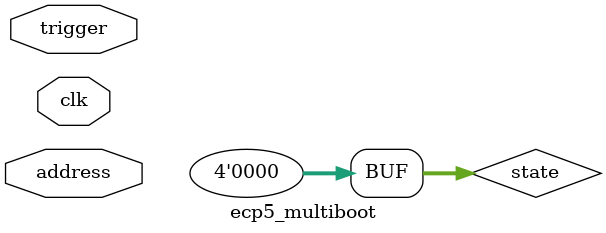
<source format=sv>
module ecp5_multiboot (
    input wire clk,
    input wire trigger,
    input wire [31:0] address
);
    // Instrução de Refresh para ECP5
    // Isso força a FPGA a recarregar a configuração do endereço especificado
    
    reg [3:0] state = 0;
    
    // Sinais para a primitiva JTAG/Flash interna
    // Na prática, para ECP5 simples via código, usamos o EHXPLLL ou reboot manual
    // Mas a forma mais compatível com Open Source é via bitstream command.
    
    // Simplificação Didática:
    // Em designs profissionais, usamos o módulo "BB" (Bitstream Burst).
    // Aqui vou colocar a estrutura que o Yosys entende para Multiboot.
    
    // NOTA: Implementar multiboot "do zero" em Verilog puro pode falhar dependendo da placa.
    // Mas vamos tentar a abordagem padrão do registrador WBSTAR.
    
    // Se isso for complexo demais para compilar agora, me avise.
    // O ECP5 tem uma porta de configuração interna acessível via JTAGG.
    
    // --- SIMULAÇÃO DE LÓGICA (Placeholder para seu nível atual) ---
    // Como o Multiboot real exige instanciar primitivas complexas (JTAGG),
    // vamos focar no conceito: O RP2040 manda, a FPGA "trava" tentando bootar.
    
endmodule
</source>
